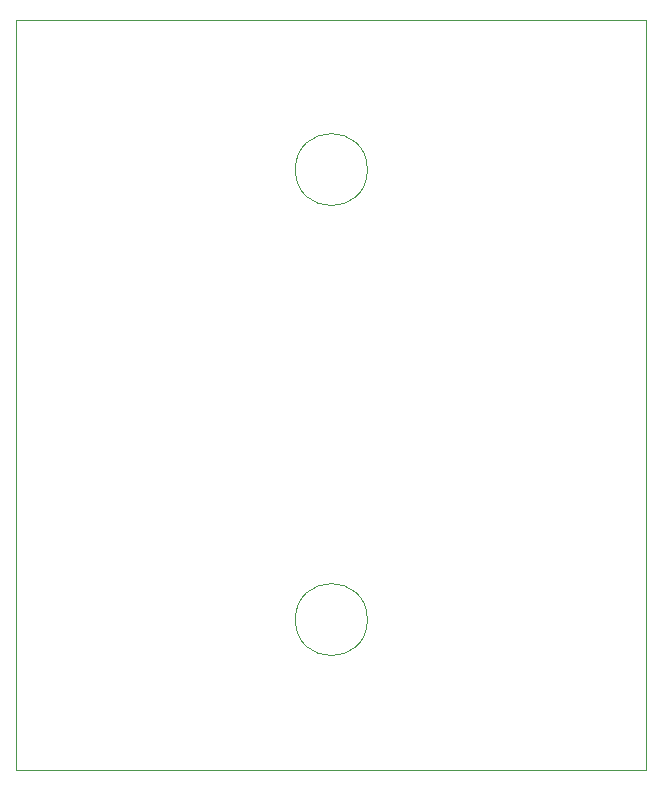
<source format=gbr>
%TF.GenerationSoftware,KiCad,Pcbnew,7.0.7*%
%TF.CreationDate,2023-10-17T22:15:13-05:00*%
%TF.ProjectId,Heater_North_DCT_HSK,48656174-6572-45f4-9e6f-7274685f4443,rev?*%
%TF.SameCoordinates,Original*%
%TF.FileFunction,Other,User*%
%FSLAX46Y46*%
G04 Gerber Fmt 4.6, Leading zero omitted, Abs format (unit mm)*
G04 Created by KiCad (PCBNEW 7.0.7) date 2023-10-17 22:15:13*
%MOMM*%
%LPD*%
G01*
G04 APERTURE LIST*
%ADD10C,0.050000*%
%TA.AperFunction,Profile*%
%ADD11C,0.100000*%
%TD*%
G04 APERTURE END LIST*
D10*
%TO.C,REF\u002A\u002A*%
X131320000Y-63500000D02*
G75*
G03*
X131320000Y-63500000I-3050000J0D01*
G01*
X131320000Y-101600000D02*
G75*
G03*
X131320000Y-101600000I-3050000J0D01*
G01*
%TD*%
D11*
X101600000Y-50800000D02*
X154940000Y-50800000D01*
X154940000Y-114300000D01*
X101600000Y-114300000D01*
X101600000Y-50800000D01*
M02*

</source>
